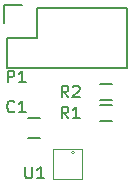
<source format=gto>
G04 #@! TF.FileFunction,Legend,Top*
%FSLAX46Y46*%
G04 Gerber Fmt 4.6, Leading zero omitted, Abs format (unit mm)*
G04 Created by KiCad (PCBNEW (2015-11-24 BZR 6329)-product) date Wed 21 Sep 2016 04:02:30 AM EDT*
%MOMM*%
G01*
G04 APERTURE LIST*
%ADD10C,0.100000*%
%ADD11C,0.150000*%
G04 APERTURE END LIST*
D10*
D11*
X140978000Y-103466000D02*
X141978000Y-103466000D01*
X141978000Y-101766000D02*
X140978000Y-101766000D01*
X141732000Y-92456000D02*
X149352000Y-92456000D01*
X149352000Y-92456000D02*
X149352000Y-97536000D01*
X149352000Y-97536000D02*
X139192000Y-97536000D01*
X139192000Y-97536000D02*
X139192000Y-94996000D01*
X140462000Y-92176000D02*
X138912000Y-92176000D01*
X139192000Y-94996000D02*
X141732000Y-94996000D01*
X141732000Y-94996000D02*
X141732000Y-92456000D01*
X138912000Y-92176000D02*
X138912000Y-93726000D01*
X147074000Y-100671000D02*
X148074000Y-100671000D01*
X148074000Y-102021000D02*
X147074000Y-102021000D01*
X147074000Y-98893000D02*
X148074000Y-98893000D01*
X148074000Y-100243000D02*
X147074000Y-100243000D01*
D10*
X144872000Y-104672000D02*
G75*
G03X144872000Y-104672000I-125000J0D01*
G01*
X143022000Y-104422000D02*
X145522000Y-104422000D01*
X145522000Y-104422000D02*
X145522000Y-106922000D01*
X145522000Y-106922000D02*
X143022000Y-106922000D01*
X143022000Y-106922000D02*
X143022000Y-104422000D01*
D11*
X139787334Y-101195143D02*
X139739715Y-101242762D01*
X139596858Y-101290381D01*
X139501620Y-101290381D01*
X139358762Y-101242762D01*
X139263524Y-101147524D01*
X139215905Y-101052286D01*
X139168286Y-100861810D01*
X139168286Y-100718952D01*
X139215905Y-100528476D01*
X139263524Y-100433238D01*
X139358762Y-100338000D01*
X139501620Y-100290381D01*
X139596858Y-100290381D01*
X139739715Y-100338000D01*
X139787334Y-100385619D01*
X140739715Y-101290381D02*
X140168286Y-101290381D01*
X140454000Y-101290381D02*
X140454000Y-100290381D01*
X140358762Y-100433238D01*
X140263524Y-100528476D01*
X140168286Y-100576095D01*
X139215905Y-98750381D02*
X139215905Y-97750381D01*
X139596858Y-97750381D01*
X139692096Y-97798000D01*
X139739715Y-97845619D01*
X139787334Y-97940857D01*
X139787334Y-98083714D01*
X139739715Y-98178952D01*
X139692096Y-98226571D01*
X139596858Y-98274190D01*
X139215905Y-98274190D01*
X140739715Y-98750381D02*
X140168286Y-98750381D01*
X140454000Y-98750381D02*
X140454000Y-97750381D01*
X140358762Y-97893238D01*
X140263524Y-97988476D01*
X140168286Y-98036095D01*
X144359334Y-101798381D02*
X144026000Y-101322190D01*
X143787905Y-101798381D02*
X143787905Y-100798381D01*
X144168858Y-100798381D01*
X144264096Y-100846000D01*
X144311715Y-100893619D01*
X144359334Y-100988857D01*
X144359334Y-101131714D01*
X144311715Y-101226952D01*
X144264096Y-101274571D01*
X144168858Y-101322190D01*
X143787905Y-101322190D01*
X145311715Y-101798381D02*
X144740286Y-101798381D01*
X145026000Y-101798381D02*
X145026000Y-100798381D01*
X144930762Y-100941238D01*
X144835524Y-101036476D01*
X144740286Y-101084095D01*
X144359334Y-100020381D02*
X144026000Y-99544190D01*
X143787905Y-100020381D02*
X143787905Y-99020381D01*
X144168858Y-99020381D01*
X144264096Y-99068000D01*
X144311715Y-99115619D01*
X144359334Y-99210857D01*
X144359334Y-99353714D01*
X144311715Y-99448952D01*
X144264096Y-99496571D01*
X144168858Y-99544190D01*
X143787905Y-99544190D01*
X144740286Y-99115619D02*
X144787905Y-99068000D01*
X144883143Y-99020381D01*
X145121239Y-99020381D01*
X145216477Y-99068000D01*
X145264096Y-99115619D01*
X145311715Y-99210857D01*
X145311715Y-99306095D01*
X145264096Y-99448952D01*
X144692667Y-100020381D01*
X145311715Y-100020381D01*
X140716095Y-105878381D02*
X140716095Y-106687905D01*
X140763714Y-106783143D01*
X140811333Y-106830762D01*
X140906571Y-106878381D01*
X141097048Y-106878381D01*
X141192286Y-106830762D01*
X141239905Y-106783143D01*
X141287524Y-106687905D01*
X141287524Y-105878381D01*
X142287524Y-106878381D02*
X141716095Y-106878381D01*
X142001809Y-106878381D02*
X142001809Y-105878381D01*
X141906571Y-106021238D01*
X141811333Y-106116476D01*
X141716095Y-106164095D01*
M02*

</source>
